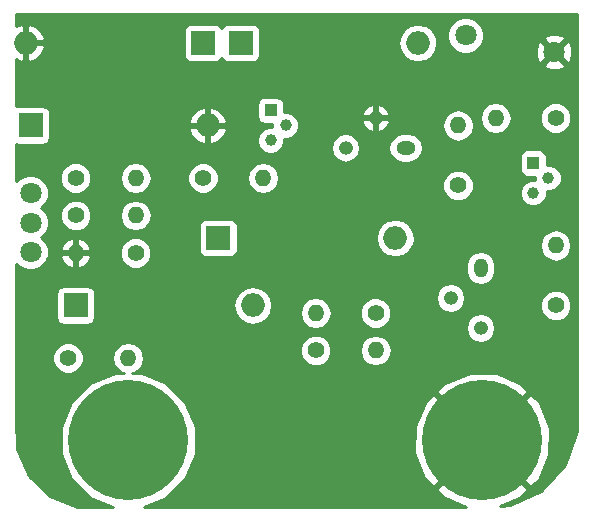
<source format=gbr>
G04 #@! TF.FileFunction,Copper,L2,Bot,Signal*
%FSLAX46Y46*%
G04 Gerber Fmt 4.6, Leading zero omitted, Abs format (unit mm)*
G04 Created by KiCad (PCBNEW 4.0.5) date 06/07/17 16:03:37*
%MOMM*%
%LPD*%
G01*
G04 APERTURE LIST*
%ADD10C,0.100000*%
%ADD11C,1.800000*%
%ADD12R,2.000000X2.000000*%
%ADD13O,2.000000X2.000000*%
%ADD14C,10.160000*%
%ADD15C,1.000000*%
%ADD16R,1.000000X1.000000*%
%ADD17O,1.200000X1.600000*%
%ADD18O,1.200000X1.200000*%
%ADD19O,1.600000X1.200000*%
%ADD20C,1.400000*%
%ADD21O,1.400000X1.400000*%
%ADD22C,0.254000*%
G04 APERTURE END LIST*
D10*
D11*
X81280000Y-98345000D03*
X81280000Y-95845000D03*
X81280000Y-93345000D03*
D12*
X81280000Y-87630000D03*
D13*
X96280000Y-87630000D03*
D12*
X95885000Y-80645000D03*
D13*
X80885000Y-80645000D03*
D12*
X85090000Y-102870000D03*
D13*
X100090000Y-102870000D03*
D12*
X97155000Y-97155000D03*
D13*
X112155000Y-97155000D03*
D12*
X99060000Y-80645000D03*
D13*
X114060000Y-80645000D03*
D11*
X118110000Y-80010000D03*
X125610000Y-81410000D03*
D14*
X89535000Y-114300000D03*
X119505000Y-114300000D03*
D15*
X102870000Y-87630000D03*
X101600000Y-88900000D03*
D16*
X101600000Y-86360000D03*
D15*
X125095000Y-92075000D03*
X123825000Y-93345000D03*
D16*
X123825000Y-90805000D03*
D17*
X119380000Y-99695000D03*
D18*
X116840000Y-102235000D03*
X119380000Y-104775000D03*
D19*
X113030000Y-89535000D03*
D18*
X110490000Y-86995000D03*
X107950000Y-89535000D03*
D20*
X85090000Y-92075000D03*
D21*
X90170000Y-92075000D03*
D20*
X85090000Y-95250000D03*
D21*
X90170000Y-95250000D03*
D20*
X90170000Y-98425000D03*
D21*
X85090000Y-98425000D03*
D20*
X84455000Y-107315000D03*
D21*
X89535000Y-107315000D03*
D20*
X125730000Y-86995000D03*
D21*
X120650000Y-86995000D03*
D20*
X95885000Y-92075000D03*
D21*
X100965000Y-92075000D03*
D20*
X110490000Y-103505000D03*
D21*
X105410000Y-103505000D03*
D20*
X105410000Y-106680000D03*
D21*
X110490000Y-106680000D03*
D20*
X125730000Y-102870000D03*
D21*
X125730000Y-97790000D03*
D20*
X117475000Y-92710000D03*
D21*
X117475000Y-87630000D03*
D22*
G36*
X127560000Y-113539833D02*
X126536714Y-116351876D01*
X124526048Y-118546427D01*
X121828615Y-119804481D01*
X121036493Y-119839119D01*
X122657142Y-119200765D01*
X122826444Y-119087641D01*
X123422223Y-118396828D01*
X119505000Y-114479605D01*
X115587777Y-118396828D01*
X116183556Y-119087641D01*
X118143743Y-119940000D01*
X90850704Y-119940000D01*
X92768058Y-119147766D01*
X94377116Y-117541514D01*
X95249005Y-115441771D01*
X95249096Y-115336758D01*
X113771011Y-115336758D01*
X114604235Y-117452142D01*
X114717359Y-117621444D01*
X115408172Y-118217223D01*
X119325395Y-114300000D01*
X119684605Y-114300000D01*
X123601828Y-118217223D01*
X124292641Y-117621444D01*
X125199265Y-115536463D01*
X125238989Y-113263242D01*
X124405765Y-111147858D01*
X124292641Y-110978556D01*
X123601828Y-110382777D01*
X119684605Y-114300000D01*
X119325395Y-114300000D01*
X115408172Y-110382777D01*
X114717359Y-110978556D01*
X113810735Y-113063537D01*
X113771011Y-115336758D01*
X95249096Y-115336758D01*
X95250989Y-113168204D01*
X94382766Y-111066942D01*
X93520503Y-110203172D01*
X115587777Y-110203172D01*
X119505000Y-114120395D01*
X123422223Y-110203172D01*
X122826444Y-109512359D01*
X120741463Y-108605735D01*
X118468242Y-108566011D01*
X116352858Y-109399235D01*
X116183556Y-109512359D01*
X115587777Y-110203172D01*
X93520503Y-110203172D01*
X92776514Y-109457884D01*
X90676771Y-108585995D01*
X89886395Y-108585305D01*
X90072036Y-108548379D01*
X90505142Y-108258988D01*
X90794533Y-107825882D01*
X90896154Y-107315000D01*
X90822434Y-106944383D01*
X104074769Y-106944383D01*
X104277582Y-107435229D01*
X104652796Y-107811098D01*
X105143287Y-108014768D01*
X105674383Y-108015231D01*
X106165229Y-107812418D01*
X106541098Y-107437204D01*
X106744768Y-106946713D01*
X106745000Y-106680000D01*
X109128846Y-106680000D01*
X109230467Y-107190882D01*
X109519858Y-107623988D01*
X109952964Y-107913379D01*
X110463846Y-108015000D01*
X110516154Y-108015000D01*
X111027036Y-107913379D01*
X111460142Y-107623988D01*
X111749533Y-107190882D01*
X111851154Y-106680000D01*
X111749533Y-106169118D01*
X111460142Y-105736012D01*
X111027036Y-105446621D01*
X110516154Y-105345000D01*
X110463846Y-105345000D01*
X109952964Y-105446621D01*
X109519858Y-105736012D01*
X109230467Y-106169118D01*
X109128846Y-106680000D01*
X106745000Y-106680000D01*
X106745231Y-106415617D01*
X106542418Y-105924771D01*
X106167204Y-105548902D01*
X105676713Y-105345232D01*
X105145617Y-105344769D01*
X104654771Y-105547582D01*
X104278902Y-105922796D01*
X104075232Y-106413287D01*
X104074769Y-106944383D01*
X90822434Y-106944383D01*
X90794533Y-106804118D01*
X90505142Y-106371012D01*
X90072036Y-106081621D01*
X89561154Y-105980000D01*
X89508846Y-105980000D01*
X88997964Y-106081621D01*
X88564858Y-106371012D01*
X88275467Y-106804118D01*
X88173846Y-107315000D01*
X88275467Y-107825882D01*
X88564858Y-108258988D01*
X88997964Y-108548379D01*
X89180508Y-108584689D01*
X88403204Y-108584011D01*
X86301942Y-109452234D01*
X84692884Y-111058486D01*
X83820995Y-113158229D01*
X83819011Y-115431796D01*
X84687234Y-117533058D01*
X86293486Y-119142116D01*
X88215005Y-119940000D01*
X85225149Y-119940000D01*
X82905829Y-119023830D01*
X81118027Y-117294058D01*
X80128267Y-115011797D01*
X80085000Y-112389168D01*
X80085000Y-107579383D01*
X83119769Y-107579383D01*
X83322582Y-108070229D01*
X83697796Y-108446098D01*
X84188287Y-108649768D01*
X84719383Y-108650231D01*
X85210229Y-108447418D01*
X85586098Y-108072204D01*
X85789768Y-107581713D01*
X85790231Y-107050617D01*
X85587418Y-106559771D01*
X85212204Y-106183902D01*
X84721713Y-105980232D01*
X84190617Y-105979769D01*
X83699771Y-106182582D01*
X83323902Y-106557796D01*
X83120232Y-107048287D01*
X83119769Y-107579383D01*
X80085000Y-107579383D01*
X80085000Y-101870000D01*
X83442560Y-101870000D01*
X83442560Y-103870000D01*
X83486838Y-104105317D01*
X83625910Y-104321441D01*
X83838110Y-104466431D01*
X84090000Y-104517440D01*
X86090000Y-104517440D01*
X86325317Y-104473162D01*
X86541441Y-104334090D01*
X86686431Y-104121890D01*
X86737440Y-103870000D01*
X86737440Y-102870000D01*
X98422968Y-102870000D01*
X98547425Y-103495687D01*
X98901848Y-104026120D01*
X99432281Y-104380543D01*
X100057968Y-104505000D01*
X100122032Y-104505000D01*
X100747719Y-104380543D01*
X101278152Y-104026120D01*
X101626352Y-103505000D01*
X104048846Y-103505000D01*
X104150467Y-104015882D01*
X104439858Y-104448988D01*
X104872964Y-104738379D01*
X105383846Y-104840000D01*
X105436154Y-104840000D01*
X105947036Y-104738379D01*
X106380142Y-104448988D01*
X106669533Y-104015882D01*
X106718564Y-103769383D01*
X109154769Y-103769383D01*
X109357582Y-104260229D01*
X109732796Y-104636098D01*
X110223287Y-104839768D01*
X110754383Y-104840231D01*
X110970810Y-104750805D01*
X118145000Y-104750805D01*
X118145000Y-104799195D01*
X118239009Y-105271809D01*
X118506723Y-105672472D01*
X118907386Y-105940186D01*
X119380000Y-106034195D01*
X119852614Y-105940186D01*
X120253277Y-105672472D01*
X120520991Y-105271809D01*
X120615000Y-104799195D01*
X120615000Y-104750805D01*
X120520991Y-104278191D01*
X120253277Y-103877528D01*
X119852614Y-103609814D01*
X119380000Y-103515805D01*
X118907386Y-103609814D01*
X118506723Y-103877528D01*
X118239009Y-104278191D01*
X118145000Y-104750805D01*
X110970810Y-104750805D01*
X111245229Y-104637418D01*
X111621098Y-104262204D01*
X111824768Y-103771713D01*
X111825231Y-103240617D01*
X111622418Y-102749771D01*
X111247204Y-102373902D01*
X110854424Y-102210805D01*
X115605000Y-102210805D01*
X115605000Y-102259195D01*
X115699009Y-102731809D01*
X115966723Y-103132472D01*
X116367386Y-103400186D01*
X116840000Y-103494195D01*
X117312614Y-103400186D01*
X117710416Y-103134383D01*
X124394769Y-103134383D01*
X124597582Y-103625229D01*
X124972796Y-104001098D01*
X125463287Y-104204768D01*
X125994383Y-104205231D01*
X126485229Y-104002418D01*
X126861098Y-103627204D01*
X127064768Y-103136713D01*
X127065231Y-102605617D01*
X126862418Y-102114771D01*
X126487204Y-101738902D01*
X125996713Y-101535232D01*
X125465617Y-101534769D01*
X124974771Y-101737582D01*
X124598902Y-102112796D01*
X124395232Y-102603287D01*
X124394769Y-103134383D01*
X117710416Y-103134383D01*
X117713277Y-103132472D01*
X117980991Y-102731809D01*
X118075000Y-102259195D01*
X118075000Y-102210805D01*
X117980991Y-101738191D01*
X117713277Y-101337528D01*
X117312614Y-101069814D01*
X116840000Y-100975805D01*
X116367386Y-101069814D01*
X115966723Y-101337528D01*
X115699009Y-101738191D01*
X115605000Y-102210805D01*
X110854424Y-102210805D01*
X110756713Y-102170232D01*
X110225617Y-102169769D01*
X109734771Y-102372582D01*
X109358902Y-102747796D01*
X109155232Y-103238287D01*
X109154769Y-103769383D01*
X106718564Y-103769383D01*
X106771154Y-103505000D01*
X106669533Y-102994118D01*
X106380142Y-102561012D01*
X105947036Y-102271621D01*
X105436154Y-102170000D01*
X105383846Y-102170000D01*
X104872964Y-102271621D01*
X104439858Y-102561012D01*
X104150467Y-102994118D01*
X104048846Y-103505000D01*
X101626352Y-103505000D01*
X101632575Y-103495687D01*
X101757032Y-102870000D01*
X101632575Y-102244313D01*
X101278152Y-101713880D01*
X100747719Y-101359457D01*
X100122032Y-101235000D01*
X100057968Y-101235000D01*
X99432281Y-101359457D01*
X98901848Y-101713880D01*
X98547425Y-102244313D01*
X98422968Y-102870000D01*
X86737440Y-102870000D01*
X86737440Y-101870000D01*
X86693162Y-101634683D01*
X86554090Y-101418559D01*
X86341890Y-101273569D01*
X86090000Y-101222560D01*
X84090000Y-101222560D01*
X83854683Y-101266838D01*
X83638559Y-101405910D01*
X83493569Y-101618110D01*
X83442560Y-101870000D01*
X80085000Y-101870000D01*
X80085000Y-99320626D01*
X80409357Y-99645551D01*
X80973330Y-99879733D01*
X81583991Y-99880265D01*
X82148371Y-99647068D01*
X82580551Y-99215643D01*
X82770444Y-98758329D01*
X83797284Y-98758329D01*
X83940203Y-99103396D01*
X84287337Y-99491764D01*
X84756669Y-99717727D01*
X84963000Y-99595206D01*
X84963000Y-98552000D01*
X85217000Y-98552000D01*
X85217000Y-99595206D01*
X85423331Y-99717727D01*
X85892663Y-99491764D01*
X86239797Y-99103396D01*
X86382716Y-98758329D01*
X86341501Y-98689383D01*
X88834769Y-98689383D01*
X89037582Y-99180229D01*
X89412796Y-99556098D01*
X89903287Y-99759768D01*
X90434383Y-99760231D01*
X90925229Y-99557418D01*
X91015918Y-99466887D01*
X118145000Y-99466887D01*
X118145000Y-99923113D01*
X118239009Y-100395727D01*
X118506723Y-100796390D01*
X118907386Y-101064104D01*
X119380000Y-101158113D01*
X119852614Y-101064104D01*
X120253277Y-100796390D01*
X120520991Y-100395727D01*
X120615000Y-99923113D01*
X120615000Y-99466887D01*
X120520991Y-98994273D01*
X120253277Y-98593610D01*
X119852614Y-98325896D01*
X119380000Y-98231887D01*
X118907386Y-98325896D01*
X118506723Y-98593610D01*
X118239009Y-98994273D01*
X118145000Y-99466887D01*
X91015918Y-99466887D01*
X91301098Y-99182204D01*
X91504768Y-98691713D01*
X91505231Y-98160617D01*
X91302418Y-97669771D01*
X90927204Y-97293902D01*
X90436713Y-97090232D01*
X89905617Y-97089769D01*
X89414771Y-97292582D01*
X89038902Y-97667796D01*
X88835232Y-98158287D01*
X88834769Y-98689383D01*
X86341501Y-98689383D01*
X86259374Y-98552000D01*
X85217000Y-98552000D01*
X84963000Y-98552000D01*
X83920626Y-98552000D01*
X83797284Y-98758329D01*
X82770444Y-98758329D01*
X82814733Y-98651670D01*
X82815220Y-98091671D01*
X83797284Y-98091671D01*
X83920626Y-98298000D01*
X84963000Y-98298000D01*
X84963000Y-97254794D01*
X85217000Y-97254794D01*
X85217000Y-98298000D01*
X86259374Y-98298000D01*
X86382716Y-98091671D01*
X86239797Y-97746604D01*
X85892663Y-97358236D01*
X85423331Y-97132273D01*
X85217000Y-97254794D01*
X84963000Y-97254794D01*
X84756669Y-97132273D01*
X84287337Y-97358236D01*
X83940203Y-97746604D01*
X83797284Y-98091671D01*
X82815220Y-98091671D01*
X82815265Y-98041009D01*
X82582068Y-97476629D01*
X82200818Y-97094712D01*
X82580551Y-96715643D01*
X82814733Y-96151670D01*
X82815265Y-95541009D01*
X82804264Y-95514383D01*
X83754769Y-95514383D01*
X83957582Y-96005229D01*
X84332796Y-96381098D01*
X84823287Y-96584768D01*
X85354383Y-96585231D01*
X85845229Y-96382418D01*
X86221098Y-96007204D01*
X86424768Y-95516713D01*
X86425000Y-95250000D01*
X88808846Y-95250000D01*
X88910467Y-95760882D01*
X89199858Y-96193988D01*
X89632964Y-96483379D01*
X90143846Y-96585000D01*
X90196154Y-96585000D01*
X90707036Y-96483379D01*
X91140142Y-96193988D01*
X91166192Y-96155000D01*
X95507560Y-96155000D01*
X95507560Y-98155000D01*
X95551838Y-98390317D01*
X95690910Y-98606441D01*
X95903110Y-98751431D01*
X96155000Y-98802440D01*
X98155000Y-98802440D01*
X98390317Y-98758162D01*
X98606441Y-98619090D01*
X98751431Y-98406890D01*
X98802440Y-98155000D01*
X98802440Y-97155000D01*
X110487968Y-97155000D01*
X110612425Y-97780687D01*
X110966848Y-98311120D01*
X111497281Y-98665543D01*
X112122968Y-98790000D01*
X112187032Y-98790000D01*
X112812719Y-98665543D01*
X113343152Y-98311120D01*
X113697575Y-97780687D01*
X113700924Y-97763846D01*
X124395000Y-97763846D01*
X124395000Y-97816154D01*
X124496621Y-98327036D01*
X124786012Y-98760142D01*
X125219118Y-99049533D01*
X125730000Y-99151154D01*
X126240882Y-99049533D01*
X126673988Y-98760142D01*
X126963379Y-98327036D01*
X127065000Y-97816154D01*
X127065000Y-97763846D01*
X126963379Y-97252964D01*
X126673988Y-96819858D01*
X126240882Y-96530467D01*
X125730000Y-96428846D01*
X125219118Y-96530467D01*
X124786012Y-96819858D01*
X124496621Y-97252964D01*
X124395000Y-97763846D01*
X113700924Y-97763846D01*
X113822032Y-97155000D01*
X113697575Y-96529313D01*
X113343152Y-95998880D01*
X112812719Y-95644457D01*
X112187032Y-95520000D01*
X112122968Y-95520000D01*
X111497281Y-95644457D01*
X110966848Y-95998880D01*
X110612425Y-96529313D01*
X110487968Y-97155000D01*
X98802440Y-97155000D01*
X98802440Y-96155000D01*
X98758162Y-95919683D01*
X98619090Y-95703559D01*
X98406890Y-95558569D01*
X98155000Y-95507560D01*
X96155000Y-95507560D01*
X95919683Y-95551838D01*
X95703559Y-95690910D01*
X95558569Y-95903110D01*
X95507560Y-96155000D01*
X91166192Y-96155000D01*
X91429533Y-95760882D01*
X91531154Y-95250000D01*
X91429533Y-94739118D01*
X91140142Y-94306012D01*
X90707036Y-94016621D01*
X90196154Y-93915000D01*
X90143846Y-93915000D01*
X89632964Y-94016621D01*
X89199858Y-94306012D01*
X88910467Y-94739118D01*
X88808846Y-95250000D01*
X86425000Y-95250000D01*
X86425231Y-94985617D01*
X86222418Y-94494771D01*
X85847204Y-94118902D01*
X85356713Y-93915232D01*
X84825617Y-93914769D01*
X84334771Y-94117582D01*
X83958902Y-94492796D01*
X83755232Y-94983287D01*
X83754769Y-95514383D01*
X82804264Y-95514383D01*
X82582068Y-94976629D01*
X82200818Y-94594712D01*
X82580551Y-94215643D01*
X82814733Y-93651670D01*
X82815265Y-93041009D01*
X82582068Y-92476629D01*
X82445062Y-92339383D01*
X83754769Y-92339383D01*
X83957582Y-92830229D01*
X84332796Y-93206098D01*
X84823287Y-93409768D01*
X85354383Y-93410231D01*
X85845229Y-93207418D01*
X86221098Y-92832204D01*
X86424768Y-92341713D01*
X86425000Y-92075000D01*
X88808846Y-92075000D01*
X88910467Y-92585882D01*
X89199858Y-93018988D01*
X89632964Y-93308379D01*
X90143846Y-93410000D01*
X90196154Y-93410000D01*
X90707036Y-93308379D01*
X91140142Y-93018988D01*
X91429533Y-92585882D01*
X91478564Y-92339383D01*
X94549769Y-92339383D01*
X94752582Y-92830229D01*
X95127796Y-93206098D01*
X95618287Y-93409768D01*
X96149383Y-93410231D01*
X96640229Y-93207418D01*
X97016098Y-92832204D01*
X97219768Y-92341713D01*
X97220000Y-92075000D01*
X99603846Y-92075000D01*
X99705467Y-92585882D01*
X99994858Y-93018988D01*
X100427964Y-93308379D01*
X100938846Y-93410000D01*
X100991154Y-93410000D01*
X101502036Y-93308379D01*
X101935142Y-93018988D01*
X101964945Y-92974383D01*
X116139769Y-92974383D01*
X116342582Y-93465229D01*
X116717796Y-93841098D01*
X117208287Y-94044768D01*
X117739383Y-94045231D01*
X118230229Y-93842418D01*
X118606098Y-93467204D01*
X118809768Y-92976713D01*
X118810231Y-92445617D01*
X118607418Y-91954771D01*
X118232204Y-91578902D01*
X117741713Y-91375232D01*
X117210617Y-91374769D01*
X116719771Y-91577582D01*
X116343902Y-91952796D01*
X116140232Y-92443287D01*
X116139769Y-92974383D01*
X101964945Y-92974383D01*
X102224533Y-92585882D01*
X102326154Y-92075000D01*
X102224533Y-91564118D01*
X101935142Y-91131012D01*
X101502036Y-90841621D01*
X100991154Y-90740000D01*
X100938846Y-90740000D01*
X100427964Y-90841621D01*
X99994858Y-91131012D01*
X99705467Y-91564118D01*
X99603846Y-92075000D01*
X97220000Y-92075000D01*
X97220231Y-91810617D01*
X97017418Y-91319771D01*
X96642204Y-90943902D01*
X96151713Y-90740232D01*
X95620617Y-90739769D01*
X95129771Y-90942582D01*
X94753902Y-91317796D01*
X94550232Y-91808287D01*
X94549769Y-92339383D01*
X91478564Y-92339383D01*
X91531154Y-92075000D01*
X91429533Y-91564118D01*
X91140142Y-91131012D01*
X90707036Y-90841621D01*
X90196154Y-90740000D01*
X90143846Y-90740000D01*
X89632964Y-90841621D01*
X89199858Y-91131012D01*
X88910467Y-91564118D01*
X88808846Y-92075000D01*
X86425000Y-92075000D01*
X86425231Y-91810617D01*
X86222418Y-91319771D01*
X85847204Y-90943902D01*
X85356713Y-90740232D01*
X84825617Y-90739769D01*
X84334771Y-90942582D01*
X83958902Y-91317796D01*
X83755232Y-91808287D01*
X83754769Y-92339383D01*
X82445062Y-92339383D01*
X82150643Y-92044449D01*
X81586670Y-91810267D01*
X80976009Y-91809735D01*
X80411629Y-92042932D01*
X80085000Y-92368990D01*
X80085000Y-89237952D01*
X80280000Y-89277440D01*
X82280000Y-89277440D01*
X82515317Y-89233162D01*
X82731441Y-89094090D01*
X82876431Y-88881890D01*
X82927440Y-88630000D01*
X82927440Y-88010434D01*
X94689876Y-88010434D01*
X94886598Y-88485385D01*
X95320006Y-88953505D01*
X95899565Y-89220133D01*
X96153000Y-89101319D01*
X96153000Y-87757000D01*
X96407000Y-87757000D01*
X96407000Y-89101319D01*
X96660435Y-89220133D01*
X97239994Y-88953505D01*
X97673402Y-88485385D01*
X97870124Y-88010434D01*
X97750777Y-87757000D01*
X96407000Y-87757000D01*
X96153000Y-87757000D01*
X94809223Y-87757000D01*
X94689876Y-88010434D01*
X82927440Y-88010434D01*
X82927440Y-87249566D01*
X94689876Y-87249566D01*
X94809223Y-87503000D01*
X96153000Y-87503000D01*
X96153000Y-86158681D01*
X96407000Y-86158681D01*
X96407000Y-87503000D01*
X97750777Y-87503000D01*
X97870124Y-87249566D01*
X97673402Y-86774615D01*
X97239994Y-86306495D01*
X96660435Y-86039867D01*
X96407000Y-86158681D01*
X96153000Y-86158681D01*
X95899565Y-86039867D01*
X95320006Y-86306495D01*
X94886598Y-86774615D01*
X94689876Y-87249566D01*
X82927440Y-87249566D01*
X82927440Y-86630000D01*
X82883162Y-86394683D01*
X82744090Y-86178559D01*
X82531890Y-86033569D01*
X82280000Y-85982560D01*
X80280000Y-85982560D01*
X80085000Y-86019252D01*
X80085000Y-85860000D01*
X100452560Y-85860000D01*
X100452560Y-86860000D01*
X100496838Y-87095317D01*
X100635910Y-87311441D01*
X100848110Y-87456431D01*
X101100000Y-87507440D01*
X101735106Y-87507440D01*
X101734881Y-87765117D01*
X101375225Y-87764803D01*
X100957914Y-87937233D01*
X100638355Y-88256235D01*
X100465197Y-88673244D01*
X100464803Y-89124775D01*
X100637233Y-89542086D01*
X100956235Y-89861645D01*
X101373244Y-90034803D01*
X101824775Y-90035197D01*
X102242086Y-89862767D01*
X102561645Y-89543765D01*
X102565284Y-89535000D01*
X106690805Y-89535000D01*
X106784814Y-90007614D01*
X107052528Y-90408277D01*
X107453191Y-90675991D01*
X107925805Y-90770000D01*
X107974195Y-90770000D01*
X108446809Y-90675991D01*
X108847472Y-90408277D01*
X109115186Y-90007614D01*
X109209195Y-89535000D01*
X111566887Y-89535000D01*
X111660896Y-90007614D01*
X111928610Y-90408277D01*
X112329273Y-90675991D01*
X112801887Y-90770000D01*
X113258113Y-90770000D01*
X113730727Y-90675991D01*
X114131390Y-90408277D01*
X114200397Y-90305000D01*
X122677560Y-90305000D01*
X122677560Y-91305000D01*
X122721838Y-91540317D01*
X122860910Y-91756441D01*
X123073110Y-91901431D01*
X123325000Y-91952440D01*
X123960106Y-91952440D01*
X123959881Y-92210117D01*
X123600225Y-92209803D01*
X123182914Y-92382233D01*
X122863355Y-92701235D01*
X122690197Y-93118244D01*
X122689803Y-93569775D01*
X122862233Y-93987086D01*
X123181235Y-94306645D01*
X123598244Y-94479803D01*
X124049775Y-94480197D01*
X124467086Y-94307767D01*
X124786645Y-93988765D01*
X124959803Y-93571756D01*
X124960119Y-93209883D01*
X125319775Y-93210197D01*
X125737086Y-93037767D01*
X126056645Y-92718765D01*
X126229803Y-92301756D01*
X126230197Y-91850225D01*
X126057767Y-91432914D01*
X125738765Y-91113355D01*
X125321756Y-90940197D01*
X124972440Y-90939892D01*
X124972440Y-90305000D01*
X124928162Y-90069683D01*
X124789090Y-89853559D01*
X124576890Y-89708569D01*
X124325000Y-89657560D01*
X123325000Y-89657560D01*
X123089683Y-89701838D01*
X122873559Y-89840910D01*
X122728569Y-90053110D01*
X122677560Y-90305000D01*
X114200397Y-90305000D01*
X114399104Y-90007614D01*
X114493113Y-89535000D01*
X114399104Y-89062386D01*
X114131390Y-88661723D01*
X113730727Y-88394009D01*
X113258113Y-88300000D01*
X112801887Y-88300000D01*
X112329273Y-88394009D01*
X111928610Y-88661723D01*
X111660896Y-89062386D01*
X111566887Y-89535000D01*
X109209195Y-89535000D01*
X109115186Y-89062386D01*
X108847472Y-88661723D01*
X108446809Y-88394009D01*
X107974195Y-88300000D01*
X107925805Y-88300000D01*
X107453191Y-88394009D01*
X107052528Y-88661723D01*
X106784814Y-89062386D01*
X106690805Y-89535000D01*
X102565284Y-89535000D01*
X102734803Y-89126756D01*
X102735119Y-88764883D01*
X103094775Y-88765197D01*
X103512086Y-88592767D01*
X103831645Y-88273765D01*
X104004803Y-87856756D01*
X104005197Y-87405225D01*
X103966929Y-87312609D01*
X109296538Y-87312609D01*
X109421503Y-87614327D01*
X109739844Y-87976080D01*
X110172389Y-88188472D01*
X110363000Y-88064714D01*
X110363000Y-87122000D01*
X110617000Y-87122000D01*
X110617000Y-88064714D01*
X110807611Y-88188472D01*
X111240156Y-87976080D01*
X111558497Y-87614327D01*
X111562838Y-87603846D01*
X116140000Y-87603846D01*
X116140000Y-87656154D01*
X116241621Y-88167036D01*
X116531012Y-88600142D01*
X116964118Y-88889533D01*
X117475000Y-88991154D01*
X117985882Y-88889533D01*
X118418988Y-88600142D01*
X118708379Y-88167036D01*
X118810000Y-87656154D01*
X118810000Y-87603846D01*
X118708379Y-87092964D01*
X118642922Y-86995000D01*
X119288846Y-86995000D01*
X119390467Y-87505882D01*
X119679858Y-87938988D01*
X120112964Y-88228379D01*
X120623846Y-88330000D01*
X120676154Y-88330000D01*
X121187036Y-88228379D01*
X121620142Y-87938988D01*
X121909533Y-87505882D01*
X121958564Y-87259383D01*
X124394769Y-87259383D01*
X124597582Y-87750229D01*
X124972796Y-88126098D01*
X125463287Y-88329768D01*
X125994383Y-88330231D01*
X126485229Y-88127418D01*
X126861098Y-87752204D01*
X127064768Y-87261713D01*
X127065231Y-86730617D01*
X126862418Y-86239771D01*
X126487204Y-85863902D01*
X125996713Y-85660232D01*
X125465617Y-85659769D01*
X124974771Y-85862582D01*
X124598902Y-86237796D01*
X124395232Y-86728287D01*
X124394769Y-87259383D01*
X121958564Y-87259383D01*
X122011154Y-86995000D01*
X121909533Y-86484118D01*
X121620142Y-86051012D01*
X121187036Y-85761621D01*
X120676154Y-85660000D01*
X120623846Y-85660000D01*
X120112964Y-85761621D01*
X119679858Y-86051012D01*
X119390467Y-86484118D01*
X119288846Y-86995000D01*
X118642922Y-86995000D01*
X118418988Y-86659858D01*
X117985882Y-86370467D01*
X117475000Y-86268846D01*
X116964118Y-86370467D01*
X116531012Y-86659858D01*
X116241621Y-87092964D01*
X116140000Y-87603846D01*
X111562838Y-87603846D01*
X111683462Y-87312609D01*
X111558731Y-87122000D01*
X110617000Y-87122000D01*
X110363000Y-87122000D01*
X109421269Y-87122000D01*
X109296538Y-87312609D01*
X103966929Y-87312609D01*
X103832767Y-86987914D01*
X103522786Y-86677391D01*
X109296538Y-86677391D01*
X109421269Y-86868000D01*
X110363000Y-86868000D01*
X110363000Y-85925286D01*
X110617000Y-85925286D01*
X110617000Y-86868000D01*
X111558731Y-86868000D01*
X111683462Y-86677391D01*
X111558497Y-86375673D01*
X111240156Y-86013920D01*
X110807611Y-85801528D01*
X110617000Y-85925286D01*
X110363000Y-85925286D01*
X110172389Y-85801528D01*
X109739844Y-86013920D01*
X109421503Y-86375673D01*
X109296538Y-86677391D01*
X103522786Y-86677391D01*
X103513765Y-86668355D01*
X103096756Y-86495197D01*
X102747440Y-86494892D01*
X102747440Y-85860000D01*
X102703162Y-85624683D01*
X102564090Y-85408559D01*
X102351890Y-85263569D01*
X102100000Y-85212560D01*
X101100000Y-85212560D01*
X100864683Y-85256838D01*
X100648559Y-85395910D01*
X100503569Y-85608110D01*
X100452560Y-85860000D01*
X80085000Y-85860000D01*
X80085000Y-82490159D01*
X124709446Y-82490159D01*
X124795852Y-82746643D01*
X125369336Y-82956458D01*
X125979460Y-82930839D01*
X126424148Y-82746643D01*
X126510554Y-82490159D01*
X125610000Y-81589605D01*
X124709446Y-82490159D01*
X80085000Y-82490159D01*
X80085000Y-82042111D01*
X80504565Y-82235133D01*
X80758000Y-82116319D01*
X80758000Y-80772000D01*
X81012000Y-80772000D01*
X81012000Y-82116319D01*
X81265435Y-82235133D01*
X81844994Y-81968505D01*
X82278402Y-81500385D01*
X82475124Y-81025434D01*
X82355777Y-80772000D01*
X81012000Y-80772000D01*
X80758000Y-80772000D01*
X80738000Y-80772000D01*
X80738000Y-80518000D01*
X80758000Y-80518000D01*
X80758000Y-79173681D01*
X81012000Y-79173681D01*
X81012000Y-80518000D01*
X82355777Y-80518000D01*
X82475124Y-80264566D01*
X82278402Y-79789615D01*
X82144511Y-79645000D01*
X94237560Y-79645000D01*
X94237560Y-81645000D01*
X94281838Y-81880317D01*
X94420910Y-82096441D01*
X94633110Y-82241431D01*
X94885000Y-82292440D01*
X96885000Y-82292440D01*
X97120317Y-82248162D01*
X97336441Y-82109090D01*
X97474258Y-81907388D01*
X97595910Y-82096441D01*
X97808110Y-82241431D01*
X98060000Y-82292440D01*
X100060000Y-82292440D01*
X100295317Y-82248162D01*
X100511441Y-82109090D01*
X100656431Y-81896890D01*
X100707440Y-81645000D01*
X100707440Y-80645000D01*
X112392968Y-80645000D01*
X112517425Y-81270687D01*
X112871848Y-81801120D01*
X113402281Y-82155543D01*
X114027968Y-82280000D01*
X114092032Y-82280000D01*
X114717719Y-82155543D01*
X115248152Y-81801120D01*
X115602575Y-81270687D01*
X115727032Y-80645000D01*
X115661191Y-80313991D01*
X116574735Y-80313991D01*
X116807932Y-80878371D01*
X117239357Y-81310551D01*
X117803330Y-81544733D01*
X118413991Y-81545265D01*
X118978371Y-81312068D01*
X119121352Y-81169336D01*
X124063542Y-81169336D01*
X124089161Y-81779460D01*
X124273357Y-82224148D01*
X124529841Y-82310554D01*
X125430395Y-81410000D01*
X125789605Y-81410000D01*
X126690159Y-82310554D01*
X126946643Y-82224148D01*
X127156458Y-81650664D01*
X127130839Y-81040540D01*
X126946643Y-80595852D01*
X126690159Y-80509446D01*
X125789605Y-81410000D01*
X125430395Y-81410000D01*
X124529841Y-80509446D01*
X124273357Y-80595852D01*
X124063542Y-81169336D01*
X119121352Y-81169336D01*
X119410551Y-80880643D01*
X119639263Y-80329841D01*
X124709446Y-80329841D01*
X125610000Y-81230395D01*
X126510554Y-80329841D01*
X126424148Y-80073357D01*
X125850664Y-79863542D01*
X125240540Y-79889161D01*
X124795852Y-80073357D01*
X124709446Y-80329841D01*
X119639263Y-80329841D01*
X119644733Y-80316670D01*
X119645265Y-79706009D01*
X119412068Y-79141629D01*
X118980643Y-78709449D01*
X118416670Y-78475267D01*
X117806009Y-78474735D01*
X117241629Y-78707932D01*
X116809449Y-79139357D01*
X116575267Y-79703330D01*
X116574735Y-80313991D01*
X115661191Y-80313991D01*
X115602575Y-80019313D01*
X115248152Y-79488880D01*
X114717719Y-79134457D01*
X114092032Y-79010000D01*
X114027968Y-79010000D01*
X113402281Y-79134457D01*
X112871848Y-79488880D01*
X112517425Y-80019313D01*
X112392968Y-80645000D01*
X100707440Y-80645000D01*
X100707440Y-79645000D01*
X100663162Y-79409683D01*
X100524090Y-79193559D01*
X100311890Y-79048569D01*
X100060000Y-78997560D01*
X98060000Y-78997560D01*
X97824683Y-79041838D01*
X97608559Y-79180910D01*
X97470742Y-79382612D01*
X97349090Y-79193559D01*
X97136890Y-79048569D01*
X96885000Y-78997560D01*
X94885000Y-78997560D01*
X94649683Y-79041838D01*
X94433559Y-79180910D01*
X94288569Y-79393110D01*
X94237560Y-79645000D01*
X82144511Y-79645000D01*
X81844994Y-79321495D01*
X81265435Y-79054867D01*
X81012000Y-79173681D01*
X80758000Y-79173681D01*
X80504565Y-79054867D01*
X80085000Y-79247889D01*
X80085000Y-78180000D01*
X127560000Y-78180000D01*
X127560000Y-113539833D01*
X127560000Y-113539833D01*
G37*
X127560000Y-113539833D02*
X126536714Y-116351876D01*
X124526048Y-118546427D01*
X121828615Y-119804481D01*
X121036493Y-119839119D01*
X122657142Y-119200765D01*
X122826444Y-119087641D01*
X123422223Y-118396828D01*
X119505000Y-114479605D01*
X115587777Y-118396828D01*
X116183556Y-119087641D01*
X118143743Y-119940000D01*
X90850704Y-119940000D01*
X92768058Y-119147766D01*
X94377116Y-117541514D01*
X95249005Y-115441771D01*
X95249096Y-115336758D01*
X113771011Y-115336758D01*
X114604235Y-117452142D01*
X114717359Y-117621444D01*
X115408172Y-118217223D01*
X119325395Y-114300000D01*
X119684605Y-114300000D01*
X123601828Y-118217223D01*
X124292641Y-117621444D01*
X125199265Y-115536463D01*
X125238989Y-113263242D01*
X124405765Y-111147858D01*
X124292641Y-110978556D01*
X123601828Y-110382777D01*
X119684605Y-114300000D01*
X119325395Y-114300000D01*
X115408172Y-110382777D01*
X114717359Y-110978556D01*
X113810735Y-113063537D01*
X113771011Y-115336758D01*
X95249096Y-115336758D01*
X95250989Y-113168204D01*
X94382766Y-111066942D01*
X93520503Y-110203172D01*
X115587777Y-110203172D01*
X119505000Y-114120395D01*
X123422223Y-110203172D01*
X122826444Y-109512359D01*
X120741463Y-108605735D01*
X118468242Y-108566011D01*
X116352858Y-109399235D01*
X116183556Y-109512359D01*
X115587777Y-110203172D01*
X93520503Y-110203172D01*
X92776514Y-109457884D01*
X90676771Y-108585995D01*
X89886395Y-108585305D01*
X90072036Y-108548379D01*
X90505142Y-108258988D01*
X90794533Y-107825882D01*
X90896154Y-107315000D01*
X90822434Y-106944383D01*
X104074769Y-106944383D01*
X104277582Y-107435229D01*
X104652796Y-107811098D01*
X105143287Y-108014768D01*
X105674383Y-108015231D01*
X106165229Y-107812418D01*
X106541098Y-107437204D01*
X106744768Y-106946713D01*
X106745000Y-106680000D01*
X109128846Y-106680000D01*
X109230467Y-107190882D01*
X109519858Y-107623988D01*
X109952964Y-107913379D01*
X110463846Y-108015000D01*
X110516154Y-108015000D01*
X111027036Y-107913379D01*
X111460142Y-107623988D01*
X111749533Y-107190882D01*
X111851154Y-106680000D01*
X111749533Y-106169118D01*
X111460142Y-105736012D01*
X111027036Y-105446621D01*
X110516154Y-105345000D01*
X110463846Y-105345000D01*
X109952964Y-105446621D01*
X109519858Y-105736012D01*
X109230467Y-106169118D01*
X109128846Y-106680000D01*
X106745000Y-106680000D01*
X106745231Y-106415617D01*
X106542418Y-105924771D01*
X106167204Y-105548902D01*
X105676713Y-105345232D01*
X105145617Y-105344769D01*
X104654771Y-105547582D01*
X104278902Y-105922796D01*
X104075232Y-106413287D01*
X104074769Y-106944383D01*
X90822434Y-106944383D01*
X90794533Y-106804118D01*
X90505142Y-106371012D01*
X90072036Y-106081621D01*
X89561154Y-105980000D01*
X89508846Y-105980000D01*
X88997964Y-106081621D01*
X88564858Y-106371012D01*
X88275467Y-106804118D01*
X88173846Y-107315000D01*
X88275467Y-107825882D01*
X88564858Y-108258988D01*
X88997964Y-108548379D01*
X89180508Y-108584689D01*
X88403204Y-108584011D01*
X86301942Y-109452234D01*
X84692884Y-111058486D01*
X83820995Y-113158229D01*
X83819011Y-115431796D01*
X84687234Y-117533058D01*
X86293486Y-119142116D01*
X88215005Y-119940000D01*
X85225149Y-119940000D01*
X82905829Y-119023830D01*
X81118027Y-117294058D01*
X80128267Y-115011797D01*
X80085000Y-112389168D01*
X80085000Y-107579383D01*
X83119769Y-107579383D01*
X83322582Y-108070229D01*
X83697796Y-108446098D01*
X84188287Y-108649768D01*
X84719383Y-108650231D01*
X85210229Y-108447418D01*
X85586098Y-108072204D01*
X85789768Y-107581713D01*
X85790231Y-107050617D01*
X85587418Y-106559771D01*
X85212204Y-106183902D01*
X84721713Y-105980232D01*
X84190617Y-105979769D01*
X83699771Y-106182582D01*
X83323902Y-106557796D01*
X83120232Y-107048287D01*
X83119769Y-107579383D01*
X80085000Y-107579383D01*
X80085000Y-101870000D01*
X83442560Y-101870000D01*
X83442560Y-103870000D01*
X83486838Y-104105317D01*
X83625910Y-104321441D01*
X83838110Y-104466431D01*
X84090000Y-104517440D01*
X86090000Y-104517440D01*
X86325317Y-104473162D01*
X86541441Y-104334090D01*
X86686431Y-104121890D01*
X86737440Y-103870000D01*
X86737440Y-102870000D01*
X98422968Y-102870000D01*
X98547425Y-103495687D01*
X98901848Y-104026120D01*
X99432281Y-104380543D01*
X100057968Y-104505000D01*
X100122032Y-104505000D01*
X100747719Y-104380543D01*
X101278152Y-104026120D01*
X101626352Y-103505000D01*
X104048846Y-103505000D01*
X104150467Y-104015882D01*
X104439858Y-104448988D01*
X104872964Y-104738379D01*
X105383846Y-104840000D01*
X105436154Y-104840000D01*
X105947036Y-104738379D01*
X106380142Y-104448988D01*
X106669533Y-104015882D01*
X106718564Y-103769383D01*
X109154769Y-103769383D01*
X109357582Y-104260229D01*
X109732796Y-104636098D01*
X110223287Y-104839768D01*
X110754383Y-104840231D01*
X110970810Y-104750805D01*
X118145000Y-104750805D01*
X118145000Y-104799195D01*
X118239009Y-105271809D01*
X118506723Y-105672472D01*
X118907386Y-105940186D01*
X119380000Y-106034195D01*
X119852614Y-105940186D01*
X120253277Y-105672472D01*
X120520991Y-105271809D01*
X120615000Y-104799195D01*
X120615000Y-104750805D01*
X120520991Y-104278191D01*
X120253277Y-103877528D01*
X119852614Y-103609814D01*
X119380000Y-103515805D01*
X118907386Y-103609814D01*
X118506723Y-103877528D01*
X118239009Y-104278191D01*
X118145000Y-104750805D01*
X110970810Y-104750805D01*
X111245229Y-104637418D01*
X111621098Y-104262204D01*
X111824768Y-103771713D01*
X111825231Y-103240617D01*
X111622418Y-102749771D01*
X111247204Y-102373902D01*
X110854424Y-102210805D01*
X115605000Y-102210805D01*
X115605000Y-102259195D01*
X115699009Y-102731809D01*
X115966723Y-103132472D01*
X116367386Y-103400186D01*
X116840000Y-103494195D01*
X117312614Y-103400186D01*
X117710416Y-103134383D01*
X124394769Y-103134383D01*
X124597582Y-103625229D01*
X124972796Y-104001098D01*
X125463287Y-104204768D01*
X125994383Y-104205231D01*
X126485229Y-104002418D01*
X126861098Y-103627204D01*
X127064768Y-103136713D01*
X127065231Y-102605617D01*
X126862418Y-102114771D01*
X126487204Y-101738902D01*
X125996713Y-101535232D01*
X125465617Y-101534769D01*
X124974771Y-101737582D01*
X124598902Y-102112796D01*
X124395232Y-102603287D01*
X124394769Y-103134383D01*
X117710416Y-103134383D01*
X117713277Y-103132472D01*
X117980991Y-102731809D01*
X118075000Y-102259195D01*
X118075000Y-102210805D01*
X117980991Y-101738191D01*
X117713277Y-101337528D01*
X117312614Y-101069814D01*
X116840000Y-100975805D01*
X116367386Y-101069814D01*
X115966723Y-101337528D01*
X115699009Y-101738191D01*
X115605000Y-102210805D01*
X110854424Y-102210805D01*
X110756713Y-102170232D01*
X110225617Y-102169769D01*
X109734771Y-102372582D01*
X109358902Y-102747796D01*
X109155232Y-103238287D01*
X109154769Y-103769383D01*
X106718564Y-103769383D01*
X106771154Y-103505000D01*
X106669533Y-102994118D01*
X106380142Y-102561012D01*
X105947036Y-102271621D01*
X105436154Y-102170000D01*
X105383846Y-102170000D01*
X104872964Y-102271621D01*
X104439858Y-102561012D01*
X104150467Y-102994118D01*
X104048846Y-103505000D01*
X101626352Y-103505000D01*
X101632575Y-103495687D01*
X101757032Y-102870000D01*
X101632575Y-102244313D01*
X101278152Y-101713880D01*
X100747719Y-101359457D01*
X100122032Y-101235000D01*
X100057968Y-101235000D01*
X99432281Y-101359457D01*
X98901848Y-101713880D01*
X98547425Y-102244313D01*
X98422968Y-102870000D01*
X86737440Y-102870000D01*
X86737440Y-101870000D01*
X86693162Y-101634683D01*
X86554090Y-101418559D01*
X86341890Y-101273569D01*
X86090000Y-101222560D01*
X84090000Y-101222560D01*
X83854683Y-101266838D01*
X83638559Y-101405910D01*
X83493569Y-101618110D01*
X83442560Y-101870000D01*
X80085000Y-101870000D01*
X80085000Y-99320626D01*
X80409357Y-99645551D01*
X80973330Y-99879733D01*
X81583991Y-99880265D01*
X82148371Y-99647068D01*
X82580551Y-99215643D01*
X82770444Y-98758329D01*
X83797284Y-98758329D01*
X83940203Y-99103396D01*
X84287337Y-99491764D01*
X84756669Y-99717727D01*
X84963000Y-99595206D01*
X84963000Y-98552000D01*
X85217000Y-98552000D01*
X85217000Y-99595206D01*
X85423331Y-99717727D01*
X85892663Y-99491764D01*
X86239797Y-99103396D01*
X86382716Y-98758329D01*
X86341501Y-98689383D01*
X88834769Y-98689383D01*
X89037582Y-99180229D01*
X89412796Y-99556098D01*
X89903287Y-99759768D01*
X90434383Y-99760231D01*
X90925229Y-99557418D01*
X91015918Y-99466887D01*
X118145000Y-99466887D01*
X118145000Y-99923113D01*
X118239009Y-100395727D01*
X118506723Y-100796390D01*
X118907386Y-101064104D01*
X119380000Y-101158113D01*
X119852614Y-101064104D01*
X120253277Y-100796390D01*
X120520991Y-100395727D01*
X120615000Y-99923113D01*
X120615000Y-99466887D01*
X120520991Y-98994273D01*
X120253277Y-98593610D01*
X119852614Y-98325896D01*
X119380000Y-98231887D01*
X118907386Y-98325896D01*
X118506723Y-98593610D01*
X118239009Y-98994273D01*
X118145000Y-99466887D01*
X91015918Y-99466887D01*
X91301098Y-99182204D01*
X91504768Y-98691713D01*
X91505231Y-98160617D01*
X91302418Y-97669771D01*
X90927204Y-97293902D01*
X90436713Y-97090232D01*
X89905617Y-97089769D01*
X89414771Y-97292582D01*
X89038902Y-97667796D01*
X88835232Y-98158287D01*
X88834769Y-98689383D01*
X86341501Y-98689383D01*
X86259374Y-98552000D01*
X85217000Y-98552000D01*
X84963000Y-98552000D01*
X83920626Y-98552000D01*
X83797284Y-98758329D01*
X82770444Y-98758329D01*
X82814733Y-98651670D01*
X82815220Y-98091671D01*
X83797284Y-98091671D01*
X83920626Y-98298000D01*
X84963000Y-98298000D01*
X84963000Y-97254794D01*
X85217000Y-97254794D01*
X85217000Y-98298000D01*
X86259374Y-98298000D01*
X86382716Y-98091671D01*
X86239797Y-97746604D01*
X85892663Y-97358236D01*
X85423331Y-97132273D01*
X85217000Y-97254794D01*
X84963000Y-97254794D01*
X84756669Y-97132273D01*
X84287337Y-97358236D01*
X83940203Y-97746604D01*
X83797284Y-98091671D01*
X82815220Y-98091671D01*
X82815265Y-98041009D01*
X82582068Y-97476629D01*
X82200818Y-97094712D01*
X82580551Y-96715643D01*
X82814733Y-96151670D01*
X82815265Y-95541009D01*
X82804264Y-95514383D01*
X83754769Y-95514383D01*
X83957582Y-96005229D01*
X84332796Y-96381098D01*
X84823287Y-96584768D01*
X85354383Y-96585231D01*
X85845229Y-96382418D01*
X86221098Y-96007204D01*
X86424768Y-95516713D01*
X86425000Y-95250000D01*
X88808846Y-95250000D01*
X88910467Y-95760882D01*
X89199858Y-96193988D01*
X89632964Y-96483379D01*
X90143846Y-96585000D01*
X90196154Y-96585000D01*
X90707036Y-96483379D01*
X91140142Y-96193988D01*
X91166192Y-96155000D01*
X95507560Y-96155000D01*
X95507560Y-98155000D01*
X95551838Y-98390317D01*
X95690910Y-98606441D01*
X95903110Y-98751431D01*
X96155000Y-98802440D01*
X98155000Y-98802440D01*
X98390317Y-98758162D01*
X98606441Y-98619090D01*
X98751431Y-98406890D01*
X98802440Y-98155000D01*
X98802440Y-97155000D01*
X110487968Y-97155000D01*
X110612425Y-97780687D01*
X110966848Y-98311120D01*
X111497281Y-98665543D01*
X112122968Y-98790000D01*
X112187032Y-98790000D01*
X112812719Y-98665543D01*
X113343152Y-98311120D01*
X113697575Y-97780687D01*
X113700924Y-97763846D01*
X124395000Y-97763846D01*
X124395000Y-97816154D01*
X124496621Y-98327036D01*
X124786012Y-98760142D01*
X125219118Y-99049533D01*
X125730000Y-99151154D01*
X126240882Y-99049533D01*
X126673988Y-98760142D01*
X126963379Y-98327036D01*
X127065000Y-97816154D01*
X127065000Y-97763846D01*
X126963379Y-97252964D01*
X126673988Y-96819858D01*
X126240882Y-96530467D01*
X125730000Y-96428846D01*
X125219118Y-96530467D01*
X124786012Y-96819858D01*
X124496621Y-97252964D01*
X124395000Y-97763846D01*
X113700924Y-97763846D01*
X113822032Y-97155000D01*
X113697575Y-96529313D01*
X113343152Y-95998880D01*
X112812719Y-95644457D01*
X112187032Y-95520000D01*
X112122968Y-95520000D01*
X111497281Y-95644457D01*
X110966848Y-95998880D01*
X110612425Y-96529313D01*
X110487968Y-97155000D01*
X98802440Y-97155000D01*
X98802440Y-96155000D01*
X98758162Y-95919683D01*
X98619090Y-95703559D01*
X98406890Y-95558569D01*
X98155000Y-95507560D01*
X96155000Y-95507560D01*
X95919683Y-95551838D01*
X95703559Y-95690910D01*
X95558569Y-95903110D01*
X95507560Y-96155000D01*
X91166192Y-96155000D01*
X91429533Y-95760882D01*
X91531154Y-95250000D01*
X91429533Y-94739118D01*
X91140142Y-94306012D01*
X90707036Y-94016621D01*
X90196154Y-93915000D01*
X90143846Y-93915000D01*
X89632964Y-94016621D01*
X89199858Y-94306012D01*
X88910467Y-94739118D01*
X88808846Y-95250000D01*
X86425000Y-95250000D01*
X86425231Y-94985617D01*
X86222418Y-94494771D01*
X85847204Y-94118902D01*
X85356713Y-93915232D01*
X84825617Y-93914769D01*
X84334771Y-94117582D01*
X83958902Y-94492796D01*
X83755232Y-94983287D01*
X83754769Y-95514383D01*
X82804264Y-95514383D01*
X82582068Y-94976629D01*
X82200818Y-94594712D01*
X82580551Y-94215643D01*
X82814733Y-93651670D01*
X82815265Y-93041009D01*
X82582068Y-92476629D01*
X82445062Y-92339383D01*
X83754769Y-92339383D01*
X83957582Y-92830229D01*
X84332796Y-93206098D01*
X84823287Y-93409768D01*
X85354383Y-93410231D01*
X85845229Y-93207418D01*
X86221098Y-92832204D01*
X86424768Y-92341713D01*
X86425000Y-92075000D01*
X88808846Y-92075000D01*
X88910467Y-92585882D01*
X89199858Y-93018988D01*
X89632964Y-93308379D01*
X90143846Y-93410000D01*
X90196154Y-93410000D01*
X90707036Y-93308379D01*
X91140142Y-93018988D01*
X91429533Y-92585882D01*
X91478564Y-92339383D01*
X94549769Y-92339383D01*
X94752582Y-92830229D01*
X95127796Y-93206098D01*
X95618287Y-93409768D01*
X96149383Y-93410231D01*
X96640229Y-93207418D01*
X97016098Y-92832204D01*
X97219768Y-92341713D01*
X97220000Y-92075000D01*
X99603846Y-92075000D01*
X99705467Y-92585882D01*
X99994858Y-93018988D01*
X100427964Y-93308379D01*
X100938846Y-93410000D01*
X100991154Y-93410000D01*
X101502036Y-93308379D01*
X101935142Y-93018988D01*
X101964945Y-92974383D01*
X116139769Y-92974383D01*
X116342582Y-93465229D01*
X116717796Y-93841098D01*
X117208287Y-94044768D01*
X117739383Y-94045231D01*
X118230229Y-93842418D01*
X118606098Y-93467204D01*
X118809768Y-92976713D01*
X118810231Y-92445617D01*
X118607418Y-91954771D01*
X118232204Y-91578902D01*
X117741713Y-91375232D01*
X117210617Y-91374769D01*
X116719771Y-91577582D01*
X116343902Y-91952796D01*
X116140232Y-92443287D01*
X116139769Y-92974383D01*
X101964945Y-92974383D01*
X102224533Y-92585882D01*
X102326154Y-92075000D01*
X102224533Y-91564118D01*
X101935142Y-91131012D01*
X101502036Y-90841621D01*
X100991154Y-90740000D01*
X100938846Y-90740000D01*
X100427964Y-90841621D01*
X99994858Y-91131012D01*
X99705467Y-91564118D01*
X99603846Y-92075000D01*
X97220000Y-92075000D01*
X97220231Y-91810617D01*
X97017418Y-91319771D01*
X96642204Y-90943902D01*
X96151713Y-90740232D01*
X95620617Y-90739769D01*
X95129771Y-90942582D01*
X94753902Y-91317796D01*
X94550232Y-91808287D01*
X94549769Y-92339383D01*
X91478564Y-92339383D01*
X91531154Y-92075000D01*
X91429533Y-91564118D01*
X91140142Y-91131012D01*
X90707036Y-90841621D01*
X90196154Y-90740000D01*
X90143846Y-90740000D01*
X89632964Y-90841621D01*
X89199858Y-91131012D01*
X88910467Y-91564118D01*
X88808846Y-92075000D01*
X86425000Y-92075000D01*
X86425231Y-91810617D01*
X86222418Y-91319771D01*
X85847204Y-90943902D01*
X85356713Y-90740232D01*
X84825617Y-90739769D01*
X84334771Y-90942582D01*
X83958902Y-91317796D01*
X83755232Y-91808287D01*
X83754769Y-92339383D01*
X82445062Y-92339383D01*
X82150643Y-92044449D01*
X81586670Y-91810267D01*
X80976009Y-91809735D01*
X80411629Y-92042932D01*
X80085000Y-92368990D01*
X80085000Y-89237952D01*
X80280000Y-89277440D01*
X82280000Y-89277440D01*
X82515317Y-89233162D01*
X82731441Y-89094090D01*
X82876431Y-88881890D01*
X82927440Y-88630000D01*
X82927440Y-88010434D01*
X94689876Y-88010434D01*
X94886598Y-88485385D01*
X95320006Y-88953505D01*
X95899565Y-89220133D01*
X96153000Y-89101319D01*
X96153000Y-87757000D01*
X96407000Y-87757000D01*
X96407000Y-89101319D01*
X96660435Y-89220133D01*
X97239994Y-88953505D01*
X97673402Y-88485385D01*
X97870124Y-88010434D01*
X97750777Y-87757000D01*
X96407000Y-87757000D01*
X96153000Y-87757000D01*
X94809223Y-87757000D01*
X94689876Y-88010434D01*
X82927440Y-88010434D01*
X82927440Y-87249566D01*
X94689876Y-87249566D01*
X94809223Y-87503000D01*
X96153000Y-87503000D01*
X96153000Y-86158681D01*
X96407000Y-86158681D01*
X96407000Y-87503000D01*
X97750777Y-87503000D01*
X97870124Y-87249566D01*
X97673402Y-86774615D01*
X97239994Y-86306495D01*
X96660435Y-86039867D01*
X96407000Y-86158681D01*
X96153000Y-86158681D01*
X95899565Y-86039867D01*
X95320006Y-86306495D01*
X94886598Y-86774615D01*
X94689876Y-87249566D01*
X82927440Y-87249566D01*
X82927440Y-86630000D01*
X82883162Y-86394683D01*
X82744090Y-86178559D01*
X82531890Y-86033569D01*
X82280000Y-85982560D01*
X80280000Y-85982560D01*
X80085000Y-86019252D01*
X80085000Y-85860000D01*
X100452560Y-85860000D01*
X100452560Y-86860000D01*
X100496838Y-87095317D01*
X100635910Y-87311441D01*
X100848110Y-87456431D01*
X101100000Y-87507440D01*
X101735106Y-87507440D01*
X101734881Y-87765117D01*
X101375225Y-87764803D01*
X100957914Y-87937233D01*
X100638355Y-88256235D01*
X100465197Y-88673244D01*
X100464803Y-89124775D01*
X100637233Y-89542086D01*
X100956235Y-89861645D01*
X101373244Y-90034803D01*
X101824775Y-90035197D01*
X102242086Y-89862767D01*
X102561645Y-89543765D01*
X102565284Y-89535000D01*
X106690805Y-89535000D01*
X106784814Y-90007614D01*
X107052528Y-90408277D01*
X107453191Y-90675991D01*
X107925805Y-90770000D01*
X107974195Y-90770000D01*
X108446809Y-90675991D01*
X108847472Y-90408277D01*
X109115186Y-90007614D01*
X109209195Y-89535000D01*
X111566887Y-89535000D01*
X111660896Y-90007614D01*
X111928610Y-90408277D01*
X112329273Y-90675991D01*
X112801887Y-90770000D01*
X113258113Y-90770000D01*
X113730727Y-90675991D01*
X114131390Y-90408277D01*
X114200397Y-90305000D01*
X122677560Y-90305000D01*
X122677560Y-91305000D01*
X122721838Y-91540317D01*
X122860910Y-91756441D01*
X123073110Y-91901431D01*
X123325000Y-91952440D01*
X123960106Y-91952440D01*
X123959881Y-92210117D01*
X123600225Y-92209803D01*
X123182914Y-92382233D01*
X122863355Y-92701235D01*
X122690197Y-93118244D01*
X122689803Y-93569775D01*
X122862233Y-93987086D01*
X123181235Y-94306645D01*
X123598244Y-94479803D01*
X124049775Y-94480197D01*
X124467086Y-94307767D01*
X124786645Y-93988765D01*
X124959803Y-93571756D01*
X124960119Y-93209883D01*
X125319775Y-93210197D01*
X125737086Y-93037767D01*
X126056645Y-92718765D01*
X126229803Y-92301756D01*
X126230197Y-91850225D01*
X126057767Y-91432914D01*
X125738765Y-91113355D01*
X125321756Y-90940197D01*
X124972440Y-90939892D01*
X124972440Y-90305000D01*
X124928162Y-90069683D01*
X124789090Y-89853559D01*
X124576890Y-89708569D01*
X124325000Y-89657560D01*
X123325000Y-89657560D01*
X123089683Y-89701838D01*
X122873559Y-89840910D01*
X122728569Y-90053110D01*
X122677560Y-90305000D01*
X114200397Y-90305000D01*
X114399104Y-90007614D01*
X114493113Y-89535000D01*
X114399104Y-89062386D01*
X114131390Y-88661723D01*
X113730727Y-88394009D01*
X113258113Y-88300000D01*
X112801887Y-88300000D01*
X112329273Y-88394009D01*
X111928610Y-88661723D01*
X111660896Y-89062386D01*
X111566887Y-89535000D01*
X109209195Y-89535000D01*
X109115186Y-89062386D01*
X108847472Y-88661723D01*
X108446809Y-88394009D01*
X107974195Y-88300000D01*
X107925805Y-88300000D01*
X107453191Y-88394009D01*
X107052528Y-88661723D01*
X106784814Y-89062386D01*
X106690805Y-89535000D01*
X102565284Y-89535000D01*
X102734803Y-89126756D01*
X102735119Y-88764883D01*
X103094775Y-88765197D01*
X103512086Y-88592767D01*
X103831645Y-88273765D01*
X104004803Y-87856756D01*
X104005197Y-87405225D01*
X103966929Y-87312609D01*
X109296538Y-87312609D01*
X109421503Y-87614327D01*
X109739844Y-87976080D01*
X110172389Y-88188472D01*
X110363000Y-88064714D01*
X110363000Y-87122000D01*
X110617000Y-87122000D01*
X110617000Y-88064714D01*
X110807611Y-88188472D01*
X111240156Y-87976080D01*
X111558497Y-87614327D01*
X111562838Y-87603846D01*
X116140000Y-87603846D01*
X116140000Y-87656154D01*
X116241621Y-88167036D01*
X116531012Y-88600142D01*
X116964118Y-88889533D01*
X117475000Y-88991154D01*
X117985882Y-88889533D01*
X118418988Y-88600142D01*
X118708379Y-88167036D01*
X118810000Y-87656154D01*
X118810000Y-87603846D01*
X118708379Y-87092964D01*
X118642922Y-86995000D01*
X119288846Y-86995000D01*
X119390467Y-87505882D01*
X119679858Y-87938988D01*
X120112964Y-88228379D01*
X120623846Y-88330000D01*
X120676154Y-88330000D01*
X121187036Y-88228379D01*
X121620142Y-87938988D01*
X121909533Y-87505882D01*
X121958564Y-87259383D01*
X124394769Y-87259383D01*
X124597582Y-87750229D01*
X124972796Y-88126098D01*
X125463287Y-88329768D01*
X125994383Y-88330231D01*
X126485229Y-88127418D01*
X126861098Y-87752204D01*
X127064768Y-87261713D01*
X127065231Y-86730617D01*
X126862418Y-86239771D01*
X126487204Y-85863902D01*
X125996713Y-85660232D01*
X125465617Y-85659769D01*
X124974771Y-85862582D01*
X124598902Y-86237796D01*
X124395232Y-86728287D01*
X124394769Y-87259383D01*
X121958564Y-87259383D01*
X122011154Y-86995000D01*
X121909533Y-86484118D01*
X121620142Y-86051012D01*
X121187036Y-85761621D01*
X120676154Y-85660000D01*
X120623846Y-85660000D01*
X120112964Y-85761621D01*
X119679858Y-86051012D01*
X119390467Y-86484118D01*
X119288846Y-86995000D01*
X118642922Y-86995000D01*
X118418988Y-86659858D01*
X117985882Y-86370467D01*
X117475000Y-86268846D01*
X116964118Y-86370467D01*
X116531012Y-86659858D01*
X116241621Y-87092964D01*
X116140000Y-87603846D01*
X111562838Y-87603846D01*
X111683462Y-87312609D01*
X111558731Y-87122000D01*
X110617000Y-87122000D01*
X110363000Y-87122000D01*
X109421269Y-87122000D01*
X109296538Y-87312609D01*
X103966929Y-87312609D01*
X103832767Y-86987914D01*
X103522786Y-86677391D01*
X109296538Y-86677391D01*
X109421269Y-86868000D01*
X110363000Y-86868000D01*
X110363000Y-85925286D01*
X110617000Y-85925286D01*
X110617000Y-86868000D01*
X111558731Y-86868000D01*
X111683462Y-86677391D01*
X111558497Y-86375673D01*
X111240156Y-86013920D01*
X110807611Y-85801528D01*
X110617000Y-85925286D01*
X110363000Y-85925286D01*
X110172389Y-85801528D01*
X109739844Y-86013920D01*
X109421503Y-86375673D01*
X109296538Y-86677391D01*
X103522786Y-86677391D01*
X103513765Y-86668355D01*
X103096756Y-86495197D01*
X102747440Y-86494892D01*
X102747440Y-85860000D01*
X102703162Y-85624683D01*
X102564090Y-85408559D01*
X102351890Y-85263569D01*
X102100000Y-85212560D01*
X101100000Y-85212560D01*
X100864683Y-85256838D01*
X100648559Y-85395910D01*
X100503569Y-85608110D01*
X100452560Y-85860000D01*
X80085000Y-85860000D01*
X80085000Y-82490159D01*
X124709446Y-82490159D01*
X124795852Y-82746643D01*
X125369336Y-82956458D01*
X125979460Y-82930839D01*
X126424148Y-82746643D01*
X126510554Y-82490159D01*
X125610000Y-81589605D01*
X124709446Y-82490159D01*
X80085000Y-82490159D01*
X80085000Y-82042111D01*
X80504565Y-82235133D01*
X80758000Y-82116319D01*
X80758000Y-80772000D01*
X81012000Y-80772000D01*
X81012000Y-82116319D01*
X81265435Y-82235133D01*
X81844994Y-81968505D01*
X82278402Y-81500385D01*
X82475124Y-81025434D01*
X82355777Y-80772000D01*
X81012000Y-80772000D01*
X80758000Y-80772000D01*
X80738000Y-80772000D01*
X80738000Y-80518000D01*
X80758000Y-80518000D01*
X80758000Y-79173681D01*
X81012000Y-79173681D01*
X81012000Y-80518000D01*
X82355777Y-80518000D01*
X82475124Y-80264566D01*
X82278402Y-79789615D01*
X82144511Y-79645000D01*
X94237560Y-79645000D01*
X94237560Y-81645000D01*
X94281838Y-81880317D01*
X94420910Y-82096441D01*
X94633110Y-82241431D01*
X94885000Y-82292440D01*
X96885000Y-82292440D01*
X97120317Y-82248162D01*
X97336441Y-82109090D01*
X97474258Y-81907388D01*
X97595910Y-82096441D01*
X97808110Y-82241431D01*
X98060000Y-82292440D01*
X100060000Y-82292440D01*
X100295317Y-82248162D01*
X100511441Y-82109090D01*
X100656431Y-81896890D01*
X100707440Y-81645000D01*
X100707440Y-80645000D01*
X112392968Y-80645000D01*
X112517425Y-81270687D01*
X112871848Y-81801120D01*
X113402281Y-82155543D01*
X114027968Y-82280000D01*
X114092032Y-82280000D01*
X114717719Y-82155543D01*
X115248152Y-81801120D01*
X115602575Y-81270687D01*
X115727032Y-80645000D01*
X115661191Y-80313991D01*
X116574735Y-80313991D01*
X116807932Y-80878371D01*
X117239357Y-81310551D01*
X117803330Y-81544733D01*
X118413991Y-81545265D01*
X118978371Y-81312068D01*
X119121352Y-81169336D01*
X124063542Y-81169336D01*
X124089161Y-81779460D01*
X124273357Y-82224148D01*
X124529841Y-82310554D01*
X125430395Y-81410000D01*
X125789605Y-81410000D01*
X126690159Y-82310554D01*
X126946643Y-82224148D01*
X127156458Y-81650664D01*
X127130839Y-81040540D01*
X126946643Y-80595852D01*
X126690159Y-80509446D01*
X125789605Y-81410000D01*
X125430395Y-81410000D01*
X124529841Y-80509446D01*
X124273357Y-80595852D01*
X124063542Y-81169336D01*
X119121352Y-81169336D01*
X119410551Y-80880643D01*
X119639263Y-80329841D01*
X124709446Y-80329841D01*
X125610000Y-81230395D01*
X126510554Y-80329841D01*
X126424148Y-80073357D01*
X125850664Y-79863542D01*
X125240540Y-79889161D01*
X124795852Y-80073357D01*
X124709446Y-80329841D01*
X119639263Y-80329841D01*
X119644733Y-80316670D01*
X119645265Y-79706009D01*
X119412068Y-79141629D01*
X118980643Y-78709449D01*
X118416670Y-78475267D01*
X117806009Y-78474735D01*
X117241629Y-78707932D01*
X116809449Y-79139357D01*
X116575267Y-79703330D01*
X116574735Y-80313991D01*
X115661191Y-80313991D01*
X115602575Y-80019313D01*
X115248152Y-79488880D01*
X114717719Y-79134457D01*
X114092032Y-79010000D01*
X114027968Y-79010000D01*
X113402281Y-79134457D01*
X112871848Y-79488880D01*
X112517425Y-80019313D01*
X112392968Y-80645000D01*
X100707440Y-80645000D01*
X100707440Y-79645000D01*
X100663162Y-79409683D01*
X100524090Y-79193559D01*
X100311890Y-79048569D01*
X100060000Y-78997560D01*
X98060000Y-78997560D01*
X97824683Y-79041838D01*
X97608559Y-79180910D01*
X97470742Y-79382612D01*
X97349090Y-79193559D01*
X97136890Y-79048569D01*
X96885000Y-78997560D01*
X94885000Y-78997560D01*
X94649683Y-79041838D01*
X94433559Y-79180910D01*
X94288569Y-79393110D01*
X94237560Y-79645000D01*
X82144511Y-79645000D01*
X81844994Y-79321495D01*
X81265435Y-79054867D01*
X81012000Y-79173681D01*
X80758000Y-79173681D01*
X80504565Y-79054867D01*
X80085000Y-79247889D01*
X80085000Y-78180000D01*
X127560000Y-78180000D01*
X127560000Y-113539833D01*
M02*

</source>
